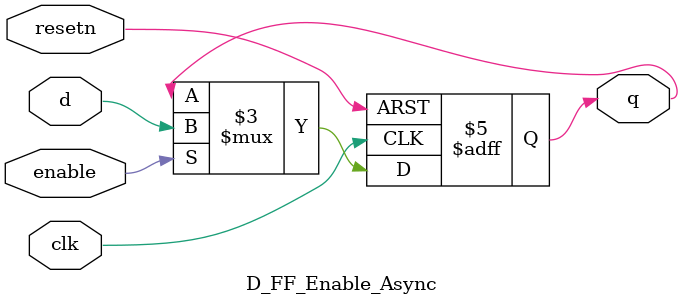
<source format=v>
/*
Anthony De Caria - November 04, 2014

This is a D Flip Flop with a separate enable and an asynchronous reset.
*/

module D_FF_Enable_Async(clk, resetn, enable, d, q);
	
	input clk;
	input resetn;
	input enable;
	input d;
	output reg q;
	
	always @(posedge clk or negedge resetn)
	begin
		if (!resetn)
		begin
			q <= 1'b0;
		end
		else
		begin
			if (enable)
			begin
				q <= d;
			end
		end
	end
	
endmodule

</source>
